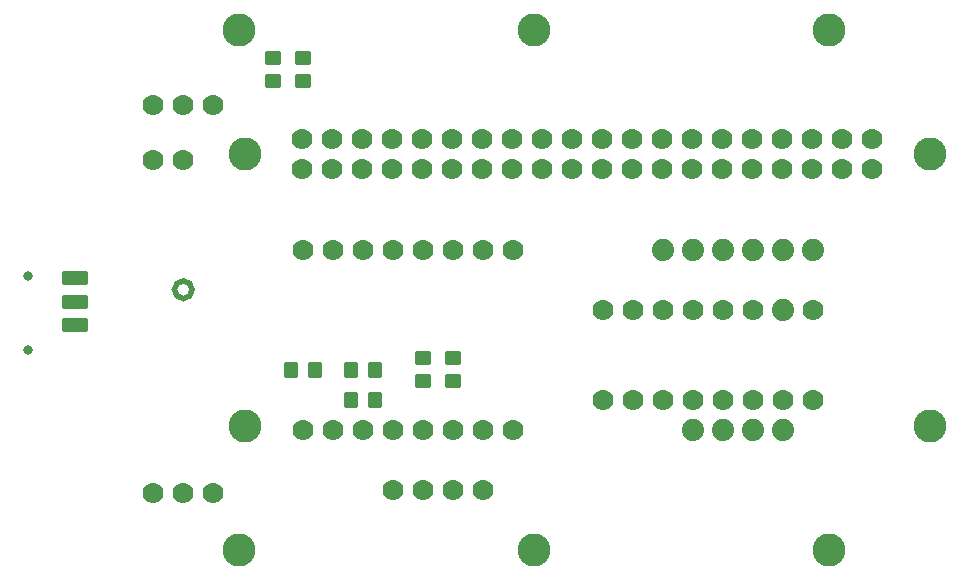
<source format=gbr>
%TF.GenerationSoftware,KiCad,Pcbnew,(6.0.7-1)-1*%
%TF.CreationDate,2022-09-05T19:59:37-07:00*%
%TF.ProjectId,KamiPCBv2,4b616d69-5043-4427-9632-2e6b69636164,rev?*%
%TF.SameCoordinates,Original*%
%TF.FileFunction,Soldermask,Top*%
%TF.FilePolarity,Negative*%
%FSLAX46Y46*%
G04 Gerber Fmt 4.6, Leading zero omitted, Abs format (unit mm)*
G04 Created by KiCad (PCBNEW (6.0.7-1)-1) date 2022-09-05 19:59:37*
%MOMM*%
%LPD*%
G01*
G04 APERTURE LIST*
G04 Aperture macros list*
%AMRoundRect*
0 Rectangle with rounded corners*
0 $1 Rounding radius*
0 $2 $3 $4 $5 $6 $7 $8 $9 X,Y pos of 4 corners*
0 Add a 4 corners polygon primitive as box body*
4,1,4,$2,$3,$4,$5,$6,$7,$8,$9,$2,$3,0*
0 Add four circle primitives for the rounded corners*
1,1,$1+$1,$2,$3*
1,1,$1+$1,$4,$5*
1,1,$1+$1,$6,$7*
1,1,$1+$1,$8,$9*
0 Add four rect primitives between the rounded corners*
20,1,$1+$1,$2,$3,$4,$5,0*
20,1,$1+$1,$4,$5,$6,$7,0*
20,1,$1+$1,$6,$7,$8,$9,0*
20,1,$1+$1,$8,$9,$2,$3,0*%
G04 Aperture macros list end*
%ADD10C,0.500000*%
%ADD11RoundRect,0.101600X-1.000000X0.500000X-1.000000X-0.500000X1.000000X-0.500000X1.000000X0.500000X0*%
%ADD12C,0.800000*%
%ADD13C,1.879600*%
%ADD14C,1.778000*%
%ADD15RoundRect,0.250000X-0.350000X-0.450000X0.350000X-0.450000X0.350000X0.450000X-0.350000X0.450000X0*%
%ADD16C,2.800000*%
%ADD17RoundRect,0.250000X-0.450000X0.350000X-0.450000X-0.350000X0.450000X-0.350000X0.450000X0.350000X0*%
%ADD18RoundRect,0.250000X0.450000X-0.350000X0.450000X0.350000X-0.450000X0.350000X-0.450000X-0.350000X0*%
G04 APERTURE END LIST*
D10*
%TO.C,FID1*%
X113550000Y-105000000D02*
G75*
G03*
X114300000Y-105750000I750000J0D01*
G01*
X114300000Y-105750000D02*
G75*
G03*
X115050000Y-105000000I0J750000D01*
G01*
X114300000Y-104250000D02*
G75*
G03*
X113550000Y-105000000I0J-750000D01*
G01*
X115050000Y-105000000D02*
G75*
G03*
X114300000Y-104250000I-750000J0D01*
G01*
%TD*%
D11*
%TO.C,*%
X105140000Y-104000000D03*
D12*
X101140000Y-110125000D03*
D11*
X105140000Y-108000000D03*
D12*
X101140000Y-103875000D03*
D11*
X105140000Y-106000000D03*
%TD*%
D13*
%TO.C,*%
X160020000Y-116840000D03*
%TD*%
%TO.C,*%
X165100000Y-116840000D03*
%TD*%
D14*
%TO.C,*%
X149860000Y-114300000D03*
%TD*%
%TO.C,*%
X137160000Y-101600000D03*
%TD*%
D15*
%TO.C,*%
X125460000Y-111760000D03*
X123460000Y-111760000D03*
%TD*%
D16*
%TO.C,*%
X144000800Y-83003300D03*
%TD*%
D14*
%TO.C,*%
X132080000Y-101600000D03*
%TD*%
D17*
%TO.C,*%
X124460000Y-85360000D03*
X124460000Y-87360000D03*
%TD*%
D14*
%TO.C,*%
X152400000Y-114300000D03*
%TD*%
%TO.C,*%
X149860000Y-106680000D03*
%TD*%
D13*
%TO.C,*%
X165100000Y-106680000D03*
%TD*%
D16*
%TO.C,*%
X119000800Y-83003300D03*
%TD*%
D14*
%TO.C,*%
X114300000Y-89360000D03*
%TD*%
%TO.C,*%
X154940000Y-114300000D03*
%TD*%
D16*
%TO.C,*%
X169000800Y-127000000D03*
%TD*%
D14*
%TO.C,*%
X137160000Y-116840000D03*
%TD*%
%TO.C,*%
X157480000Y-114300000D03*
%TD*%
%TO.C,*%
X129540000Y-116840000D03*
%TD*%
D16*
%TO.C,RPI1*%
X119500757Y-93503271D03*
X119500757Y-116503271D03*
X177500757Y-116503271D03*
X177500757Y-93503271D03*
D14*
X124370757Y-94773271D03*
X124370757Y-92233271D03*
X126910757Y-94773271D03*
X126910757Y-92233271D03*
X129450757Y-94773271D03*
X129450757Y-92233271D03*
X131990757Y-94773271D03*
X131990757Y-92233271D03*
X134530757Y-94773271D03*
X134530757Y-92233271D03*
X137070757Y-94773271D03*
X137070757Y-92233271D03*
X139610757Y-94773271D03*
X139610757Y-92233271D03*
X142150757Y-94773271D03*
X142150757Y-92233271D03*
X144690757Y-94773271D03*
X144690757Y-92233271D03*
X147230757Y-94773271D03*
X147230757Y-92233271D03*
X149770757Y-94773271D03*
X149770757Y-92233271D03*
X152310757Y-94773271D03*
X152310757Y-92233271D03*
X154850757Y-94773271D03*
X154850757Y-92233271D03*
X157390757Y-94773271D03*
X157390757Y-92233271D03*
X159930757Y-94773271D03*
X159930757Y-92233271D03*
X162470757Y-94773271D03*
X162470757Y-92233271D03*
X165010757Y-94773271D03*
X165010757Y-92233271D03*
X167550757Y-94773271D03*
X167550757Y-92233271D03*
X170090757Y-94773271D03*
X170090757Y-92233271D03*
X172630757Y-94773271D03*
X172630757Y-92233271D03*
%TD*%
%TO.C,*%
X137160000Y-121920000D03*
%TD*%
%TO.C,*%
X134620000Y-121920000D03*
%TD*%
%TO.C,*%
X127000000Y-101600000D03*
%TD*%
%TO.C,*%
X124460000Y-116840000D03*
%TD*%
%TO.C,*%
X129540000Y-101600000D03*
%TD*%
%TO.C,*%
X167640000Y-106680000D03*
%TD*%
%TO.C,*%
X111760000Y-89360000D03*
%TD*%
%TO.C,*%
X154940000Y-106680000D03*
%TD*%
D15*
%TO.C,*%
X128540000Y-111760000D03*
X130540000Y-111760000D03*
%TD*%
D18*
%TO.C,*%
X134620000Y-112760000D03*
X134620000Y-110760000D03*
%TD*%
D14*
%TO.C,*%
X139700000Y-121920000D03*
%TD*%
%TO.C,*%
X111760000Y-93980000D03*
%TD*%
%TO.C,*%
X139700000Y-101600000D03*
%TD*%
%TO.C,*%
X124460000Y-101600000D03*
%TD*%
%TO.C,*%
X165100000Y-114300000D03*
%TD*%
%TO.C,*%
X160020000Y-106680000D03*
%TD*%
%TO.C,*%
X114300000Y-122180029D03*
%TD*%
%TO.C,*%
X111760000Y-122180029D03*
%TD*%
%TO.C,*%
X152400000Y-106680000D03*
%TD*%
%TO.C,*%
X160020000Y-114300000D03*
%TD*%
%TO.C,*%
X139700000Y-116840000D03*
%TD*%
%TO.C,*%
X167640000Y-114300000D03*
%TD*%
D16*
%TO.C,*%
X119000800Y-127003300D03*
%TD*%
%TO.C,*%
X144000800Y-127003300D03*
%TD*%
D14*
%TO.C,*%
X134620000Y-116840000D03*
%TD*%
%TO.C,*%
X162560000Y-106680000D03*
%TD*%
%TO.C,*%
X142240000Y-101600000D03*
%TD*%
D18*
%TO.C,*%
X137160000Y-110760000D03*
X137160000Y-112760000D03*
%TD*%
D13*
%TO.C,JP1*%
X154940000Y-101600000D03*
X167640000Y-101600000D03*
X165100000Y-101600000D03*
X162560000Y-101600000D03*
X160020000Y-101600000D03*
X157480000Y-101600000D03*
%TD*%
D14*
%TO.C,*%
X142240000Y-116840000D03*
%TD*%
%TO.C,*%
X162560000Y-114300000D03*
%TD*%
D13*
%TO.C,*%
X157480000Y-116840000D03*
%TD*%
D14*
%TO.C,*%
X134620000Y-101600000D03*
%TD*%
D15*
%TO.C,*%
X128540000Y-114300000D03*
X130540000Y-114300000D03*
%TD*%
D14*
%TO.C,*%
X127000000Y-116840000D03*
%TD*%
D13*
%TO.C,*%
X162560000Y-116840000D03*
%TD*%
D14*
%TO.C,*%
X132080000Y-121920000D03*
%TD*%
%TO.C,*%
X132080000Y-116840000D03*
%TD*%
%TO.C,*%
X116840000Y-89360000D03*
%TD*%
%TO.C,*%
X157480000Y-106680000D03*
%TD*%
D16*
%TO.C,*%
X169000800Y-83003300D03*
%TD*%
D14*
%TO.C,*%
X116840000Y-122180029D03*
%TD*%
%TO.C,*%
X114300000Y-93980000D03*
%TD*%
D17*
%TO.C,*%
X121920000Y-85360000D03*
X121920000Y-87360000D03*
%TD*%
M02*

</source>
